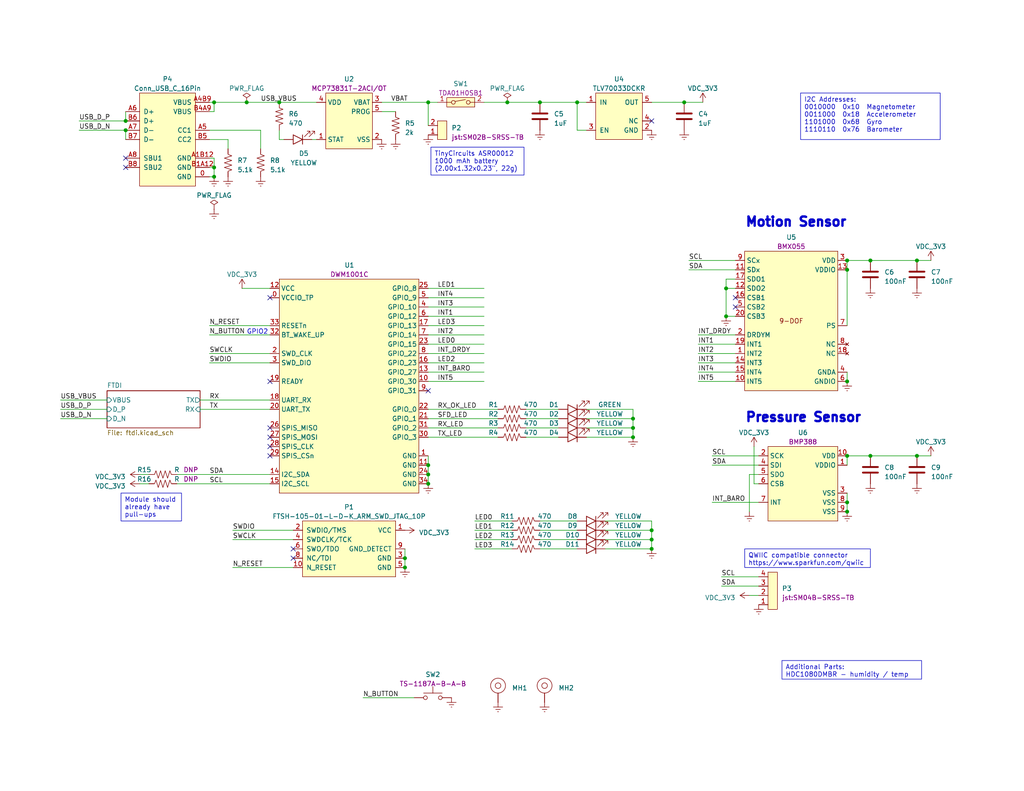
<source format=kicad_sch>
(kicad_sch (version 20221004) (generator eeschema)
  (paper "USLetter")
  (title_block (title "${PROJECT_NAME}") (date "2022-09-27") (rev "${PCB_REVISION}") (company "Brendan Haines"))
  (lib_symbols
    (symbol "bh:BMP388"
      (property "Reference" "U" (at 0 0 0))
      (property "ManufacturerPartNumber" "BMP388" (at 0 0 0))
      (symbol "BMP388_0_0"
        (rectangle (start 0 0) (end 19.05 -20.32) (fill (type background)))
      )
      (symbol "BMP388_1_1"
        (pin power_in line (at 21.59 -5.08 180) (length 2.54) (name "VDDIO") (number "1"))
        (pin power_in line (at 21.59 -2.54 180) (length 2.54) (name "VDD") (number "10"))
        (pin input line (at -2.54 -2.54 0) (length 2.54) (name "SCK") (number "2"))
        (pin power_in line (at 21.59 -12.7 180) (length 2.54) (name "VSS") (number "3"))
        (pin bidirectional line (at -2.54 -5.08 0) (length 2.54) (name "SDI") (number "4"))
        (pin bidirectional line (at -2.54 -7.62 0) (length 2.54) (name "SDO") (number "5"))
        (pin input line (at -2.54 -10.16 0) (length 2.54) (name "CSB") (number "6"))
        (pin output line (at -2.54 -15.24 0) (length 2.54) (name "INT") (number "7"))
        (pin power_in line (at 21.59 -15.24 180) (length 2.54) (name "VSS") (number "8"))
        (pin power_in line (at 21.59 -17.78 180) (length 2.54) (name "VSS") (number "9"))
      )
    )
    (symbol "bh:BMX055"
      (property "Reference" "U" (at 0 0 0))
      (property "ManufacturerPartNumber" "BMX055" (at 0 0 0))
      (symbol "BMX055_0_0"
        (text "9-DOF" (at 12.7 -19.05 0) (effects (font (size 1.27 1.27))))
      )
      (symbol "BMX055_0_1"
        (rectangle (start 0 0) (end 25.4 -38.1) (fill (type background)))
      )
      (symbol "BMX055_1_1"
        (pin output line (at -2.54 -27.94 0) (length 2.54) (name "INT2") (number "1"))
        (pin output line (at -2.54 -35.56 0) (length 2.54) (name "INT5") (number "10"))
        (pin bidirectional line (at -2.54 -5.08 0) (length 2.54) (name "SDx") (number "11"))
        (pin bidirectional line (at -2.54 -10.16 0) (length 2.54) (name "SDO2") (number "12"))
        (pin power_in line (at 27.94 -5.08 180) (length 2.54) (name "VDDIO") (number "13"))
        (pin bidirectional line (at -2.54 -30.48 0) (length 2.54) (name "INT3") (number "14"))
        (pin bidirectional line (at -2.54 -33.02 0) (length 2.54) (name "INT4") (number "15"))
        (pin input line (at -2.54 -12.7 0) (length 2.54) (name "CSB1") (number "16"))
        (pin bidirectional line (at -2.54 -7.62 0) (length 2.54) (name "SDO1") (number "17"))
        (pin no_connect line (at 27.94 -27.94 180) (length 2.54) (name "NC") (number "18"))
        (pin output line (at -2.54 -25.4 0) (length 2.54) (name "INT1") (number "19"))
        (pin output line (at -2.54 -22.86 0) (length 2.54) (name "DRDYM") (number "2"))
        (pin input line (at -2.54 -17.78 0) (length 2.54) (name "CSB3") (number "20"))
        (pin power_in line (at 27.94 -2.54 180) (length 2.54) (name "VDD") (number "3"))
        (pin power_in line (at 27.94 -33.02 180) (length 2.54) (name "GNDA") (number "4"))
        (pin input line (at -2.54 -15.24 0) (length 2.54) (name "CSB2") (number "5"))
        (pin power_in line (at 27.94 -35.56 180) (length 2.54) (name "GNDIO") (number "6"))
        (pin input line (at 27.94 -20.32 180) (length 2.54) (name "PS") (number "7"))
        (pin no_connect line (at 27.94 -25.4 180) (length 2.54) (name "NC") (number "8"))
        (pin input line (at -2.54 -2.54 0) (length 2.54) (name "SCx") (number "9"))
      )
    )
    (symbol "bh:C" (pin_numbers hide) (pin_names (offset 0.254))
      (property "Reference" "C" (at 0.635 2.54 0))
      (property "Value" "C" (at 0.635 -2.54 0))
      (symbol "C_0_1"
        (polyline (pts (xy -2.032 -0.762) (xy 2.032 -0.762)) (stroke (width 0.508)))
        (polyline (pts (xy -2.032 0.762) (xy 2.032 0.762)) (stroke (width 0.508)))
      )
      (symbol "C_1_1"
        (pin passive line (at 0 3.81 270) (length 2.794) (name "~") (number "1"))
        (pin passive line (at 0 -3.81 90) (length 2.794) (name "~") (number "2"))
      )
    )
    (symbol "bh:Conn_USB_C_16Pin" (pin_names (offset 1.016))
      (property "Reference" "P" (at 0 1.27 0))
      (property "Value" "Conn_USB_C_16Pin" (at 0 1.27 0))
      (symbol "Conn_USB_C_16Pin_0_1"
        (rectangle (start 0 0) (end 15.24 -25.4) (stroke (width 0.1524)) (fill (type background)))
      )
      (symbol "Conn_USB_C_16Pin_1_1"
        (pin passive line (at -3.81 -22.86 0) (length 3.81) (name "GND") (number "0"))
        (pin passive line (at -3.81 -17.78 0) (length 3.81) (name "GND") (number "A1B12"))
        (pin passive line (at -3.81 -2.54 0) (length 3.81) (name "VBUS") (number "A4B9"))
        (pin passive line (at -3.81 -10.16 0) (length 3.81) (name "CC1") (number "A5"))
        (pin passive line (at 19.05 -5.08 180) (length 3.81) (name "D+") (number "A6"))
        (pin passive line (at 19.05 -10.16 180) (length 3.81) (name "D-") (number "A7"))
        (pin passive line (at 19.05 -17.78 180) (length 3.81) (name "SBU1") (number "A8"))
        (pin passive line (at -3.81 -20.32 0) (length 3.81) (name "GND") (number "B1A12"))
        (pin passive line (at -3.81 -5.08 0) (length 3.81) (name "VBUS") (number "B4A9"))
        (pin passive line (at -3.81 -12.7 0) (length 3.81) (name "CC2") (number "B5"))
        (pin passive line (at 19.05 -7.62 180) (length 3.81) (name "D+") (number "B6"))
        (pin passive line (at 19.05 -12.7 180) (length 3.81) (name "D-") (number "B7"))
        (pin passive line (at 19.05 -20.32 180) (length 3.81) (name "SBU2") (number "B8"))
      )
    )
    (symbol "bh:DWM1001C"
      (property "Reference" "U" (at 0 0 0))
      (property "ManufacturerPartNumber" "DWM1001C" (at 0 0 0))
      (symbol "DWM1001C_0_1"
        (rectangle (start 0 0) (end 38.1 -58.42) (fill (type background)))
      )
      (symbol "DWM1001C_1_1"
        (pin passive line (at -2.54 -5.08 0) (length 2.54) (name "VCCIO_TP") (number "0"))
        (pin power_in line (at 40.64 -48.26 180) (length 2.54) (name "GND") (number "1"))
        (pin bidirectional line (at 40.64 -27.94 180) (length 2.54) (name "GPIO_30") (number "10"))
        (pin power_in line (at 40.64 -50.8 180) (length 2.54) (name "GND") (number "11"))
        (pin power_in line (at -2.54 -2.54 0) (length 2.54) (name "VCC") (number "12"))
        (pin bidirectional line (at 40.64 -25.4 180) (length 2.54) (name "GPIO_27") (number "13"))
        (pin bidirectional line (at -2.54 -53.34 0) (length 2.54) (name "I2C_SDA") (number "14"))
        (pin output line (at -2.54 -55.88 0) (length 2.54) (name "I2C_SCL") (number "15"))
        (pin bidirectional line (at 40.64 -22.86 180) (length 2.54) (name "GPIO_23") (number "16"))
        (pin bidirectional line (at 40.64 -12.7 180) (length 2.54) (name "GPIO_13") (number "17"))
        (pin input line (at -2.54 -33.02 0) (length 2.54) (name "UART_RX") (number "18"))
        (pin output line (at -2.54 -27.94 0) (length 2.54) (name "READY") (number "19"))
        (pin input line (at -2.54 -20.32 0) (length 2.54) (name "SWD_CLK") (number "2"))
        (pin output line (at -2.54 -35.56 0) (length 2.54) (name "UART_TX") (number "20"))
        (pin bidirectional line (at 40.64 -38.1 180) (length 2.54) (name "GPIO_1") (number "21"))
        (pin bidirectional line (at 40.64 -35.56 180) (length 2.54) (name "GPIO_0") (number "22"))
        (pin bidirectional line (at 40.64 -17.78 180) (length 2.54) (name "GPIO_15") (number "23"))
        (pin power_in line (at 40.64 -53.34 180) (length 2.54) (name "GND") (number "24"))
        (pin bidirectional line (at 40.64 -2.54 180) (length 2.54) (name "GPIO_8") (number "25"))
        (pin bidirectional line (at -2.54 -40.64 0) (length 2.54) (name "SPIS_MISO") (number "26"))
        (pin bidirectional line (at -2.54 -43.18 0) (length 2.54) (name "SPIS_MOSI") (number "27"))
        (pin bidirectional line (at -2.54 -45.72 0) (length 2.54) (name "SPIS_CLK") (number "28"))
        (pin bidirectional line (at -2.54 -48.26 0) (length 2.54) (name "SPIS_CSn") (number "29"))
        (pin bidirectional line (at -2.54 -22.86 0) (length 2.54) (name "SWD_DIO") (number "3"))
        (pin bidirectional line (at 40.64 -43.18 180) (length 2.54) (name "GPIO_3") (number "30"))
        (pin bidirectional line (at 40.64 -40.64 180) (length 2.54) (name "GPIO_2") (number "31"))
        (pin input line (at -2.54 -15.24 0) (length 2.54) (name "BT_WAKE_UP") (number "32"))
        (pin input line (at -2.54 -12.7 0) (length 2.54) (name "RESETn") (number "33"))
        (pin power_in line (at 40.64 -55.88 180) (length 2.54) (name "GND") (number "34"))
        (pin bidirectional line (at 40.64 -7.62 180) (length 2.54) (name "GPIO_10") (number "4"))
        (pin bidirectional line (at 40.64 -5.08 180) (length 2.54) (name "GPIO_9") (number "5"))
        (pin bidirectional line (at 40.64 -10.16 180) (length 2.54) (name "GPIO_12") (number "6"))
        (pin bidirectional line (at 40.64 -15.24 180) (length 2.54) (name "GPIO_14") (number "7"))
        (pin bidirectional line (at 40.64 -20.32 180) (length 2.54) (name "GPIO_22") (number "8"))
        (pin bidirectional line (at 40.64 -30.48 180) (length 2.54) (name "GPIO_31") (number "9"))
      )
    )
    (symbol "bh:FTSH-105-01-L-D-K_ARM_SWD_JTAG_10P" (pin_names (offset 1.016))
      (property "Reference" "P" (at 0 0 0))
      (property "Value" "FTSH-105-01-L-D-K_ARM_SWD_JTAG_10P" (at 0 0 0))
      (symbol "FTSH-105-01-L-D-K_ARM_SWD_JTAG_10P_0_0"
        (rectangle (start 0 0) (end 25.4 -15.24) (fill (type background)))
      )
      (symbol "FTSH-105-01-L-D-K_ARM_SWD_JTAG_10P_1_1"
        (pin passive line (at -2.54 -2.54 0) (length 2.54) (name "VCC") (number "1"))
        (pin bidirectional line (at 27.94 -12.7 180) (length 2.54) (name "N_RESET") (number "10"))
        (pin bidirectional line (at 27.94 -2.54 180) (length 2.54) (name "SWDIO/TMS") (number "2"))
        (pin power_in line (at -2.54 -10.16 0) (length 2.54) (name "GND") (number "3"))
        (pin bidirectional line (at 27.94 -5.08 180) (length 2.54) (name "SWDCLK/TCK") (number "4"))
        (pin power_in line (at -2.54 -12.7 0) (length 2.54) (name "GND") (number "5"))
        (pin bidirectional line (at 27.94 -7.62 180) (length 2.54) (name "SWO/TDO") (number "6"))
        (pin bidirectional line (at 27.94 -10.16 180) (length 2.54) (name "NC/TDI") (number "8"))
        (pin passive line (at -2.54 -7.62 0) (length 2.54) (name "GND_DETECT") (number "9"))
      )
    )
    (symbol "bh:GND" (power) (pin_names (offset 0))
      (symbol "GND_0_1"
        (polyline (pts (xy -0.635 -1.905) (xy 0.635 -1.905)))
        (polyline (pts (xy -0.127 -2.54) (xy 0.127 -2.54)))
        (polyline (pts (xy 0 -1.27) (xy 0 0)))
        (polyline (pts (xy 1.27 -1.27) (xy -1.27 -1.27)))
      )
      (symbol "GND_1_1"
        (pin power_in line (at 0 0 90) (length 0) hide (name "GND") (number "1"))
      )
    )
    (symbol "bh:Header_1_2" (pin_names (offset 1.016) hide)
      (property "Reference" "P" (at 0 0 0))
      (property "Value" "Header_1_2" (at 0 0 0))
      (symbol "Header_1_2_0_1"
        (rectangle (start 0 0) (end 2.54 -5.08) (fill (type background)))
      )
      (symbol "Header_1_2_1_1"
        (pin passive line (at -2.54 -1.27 0) (length 2.54) (name "~") (number "1"))
        (pin passive line (at -2.54 -3.81 0) (length 2.54) (name "~") (number "2"))
      )
    )
    (symbol "bh:Header_1_4" (pin_names (offset 1.016) hide)
      (property "Reference" "P" (at 0 0 0))
      (property "Value" "Header_1_4" (at 0 0 0))
      (symbol "Header_1_4_0_1"
        (rectangle (start 0 0) (end 2.54 -10.16) (fill (type background)))
      )
      (symbol "Header_1_4_1_1"
        (pin passive line (at -2.54 -1.27 0) (length 2.54) (name "~") (number "1"))
        (pin passive line (at -2.54 -3.81 0) (length 2.54) (name "~") (number "2"))
        (pin passive line (at -2.54 -6.35 0) (length 2.54) (name "~") (number "3"))
        (pin passive line (at -2.54 -8.89 0) (length 2.54) (name "~") (number "4"))
      )
    )
    (symbol "bh:LED" (pin_numbers hide) (pin_names (offset 1.016) hide)
      (property "Reference" "D" (at 0 2.54 0))
      (property "Value" "LED" (at 0 -2.54 0))
      (symbol "LED_0_1"
        (polyline (pts (xy -1.27 -1.27) (xy -1.27 1.27)) (stroke (width 0.2032)))
        (polyline (pts (xy 1.27 -1.27) (xy 1.27 1.27) (xy -1.27 0) (xy 1.27 -1.27)) (stroke (width 0.2032)))
        (polyline (pts (xy -3.048 -0.762) (xy -4.572 -2.286) (xy -3.81 -2.286) (xy -4.572 -2.286) (xy -4.572 -1.524)))
        (polyline (pts (xy -1.778 -0.762) (xy -3.302 -2.286) (xy -2.54 -2.286) (xy -3.302 -2.286) (xy -3.302 -1.524)))
      )
      (symbol "LED_1_1"
        (pin passive line (at 3.81 0 180) (length 2.54) (name "A") (number "A"))
        (pin passive line (at -3.81 0 0) (length 2.54) (name "K") (number "K"))
      )
    )
    (symbol "bh:MCP73831T-2ACI/OT"
      (property "Reference" "U" (at 0 0 0))
      (property "ManufacturerPartNumber" "MCP73831T-2ACI/OT" (at 0 0 0))
      (symbol "MCP73831T-2ACI/OT_0_1"
        (rectangle (start 0 0) (end 12.7 -15.24) (fill (type background)))
      )
      (symbol "MCP73831T-2ACI/OT_1_1"
        (pin output line (at -2.54 -12.7 0) (length 2.54) (name "STAT") (number "1"))
        (pin power_in line (at 15.24 -12.7 180) (length 2.54) (name "VSS") (number "2"))
        (pin power_out line (at 15.24 -2.54 180) (length 2.54) (name "VBAT") (number "3"))
        (pin power_in line (at -2.54 -2.54 0) (length 2.54) (name "VDD") (number "4"))
        (pin input line (at 15.24 -5.08 180) (length 2.54) (name "PROG") (number "5"))
      )
    )
    (symbol "bh:Mounting_Hole" (pin_numbers hide) (pin_names (offset 0.762) hide)
      (property "Reference" "MH" (at 0 7.62 0))
      (symbol "Mounting_Hole_0_1"
        (circle (center 0 4.572) (radius 0.762))
        (circle (center 0 4.572) (radius 2.032))
      )
      (symbol "Mounting_Hole_1_1"
        (pin passive line (at 0 0 90) (length 2.54) (name "1") (number "1"))
      )
    )
    (symbol "bh:PWR_FLAG" (power) (pin_numbers hide) (pin_names (offset 0) hide)
      (property "Value" "PWR_FLAG" (at 0 3.81 0))
      (symbol "PWR_FLAG_0_0"
        (pin power_out line (at 0 0 90) (length 0) (name "pwr") (number "1"))
      )
      (symbol "PWR_FLAG_0_1"
        (polyline (pts (xy 0 0) (xy 0 1.27) (xy -1.016 1.905) (xy 0 2.54) (xy 1.016 1.905) (xy 0 1.27)))
      )
    )
    (symbol "bh:R" (pin_numbers hide) (pin_names (offset 0))
      (property "Reference" "R" (at 2.032 0 90))
      (property "Value" "R" (at -1.905 0 90))
      (symbol "R_0_1"
        (polyline (pts (xy 0 -2.54) (xy 0 -2.286) (xy 1.016 -1.905) (xy -1.016 -1.27) (xy 1.016 -0.635) (xy -1.016 0) (xy 1.016 0.635) (xy -1.016 1.27) (xy 1.016 1.905) (xy 0 2.286) (xy 0 2.54)))
      )
      (symbol "R_1_1"
        (pin passive line (at 0 3.81 270) (length 1.27) (name "~") (number "1"))
        (pin passive line (at 0 -3.81 90) (length 1.27) (name "~") (number "2"))
      )
    )
    (symbol "bh:SW_Push" (pin_numbers hide) (pin_names (offset 1.016) hide)
      (property "Reference" "SW" (at -1.27 3.81 0))
      (property "Value" "SW_Push" (at 0 -1.524 0))
      (symbol "SW_Push_0_1"
        (circle (center -2.032 0) (radius 0.508))
        (polyline (pts (xy 0 1.27) (xy 0 3.048)))
        (polyline (pts (xy 2.54 1.27) (xy -2.54 1.27)))
        (circle (center 2.032 0) (radius 0.508))
        (pin passive line (at -5.08 0 0) (length 2.54) (name "1") (number "1"))
        (pin passive line (at 5.08 0 180) (length 2.54) (name "2") (number "2"))
      )
    )
    (symbol "bh:TDA01H0SB1" (pin_names (offset 0.002) hide)
      (property "Reference" "SW" (at 0 0 0))
      (property "ManufacturerPartNumber" "TDA01H0SB1" (at 0 0 0))
      (symbol "TDA01H0SB1_0_0"
        (polyline (pts (xy 2.286 -1.016) (xy 5.08 -0.508)))
        (circle (center 1.778 -1.27) (radius 0.508))
        (circle (center 5.842 -1.27) (radius 0.508))
      )
      (symbol "TDA01H0SB1_0_1"
        (polyline (pts (xy 1.27 -1.27) (xy 0 -1.27)) (stroke (width 0.1524)))
        (polyline (pts (xy 7.62 -1.27) (xy 6.35 -1.27)) (stroke (width 0.1524)))
        (rectangle (start 0 0) (end 7.62 -2.54) (stroke (width 0.1524)) (fill (type background)))
      )
      (symbol "TDA01H0SB1_1_1"
        (pin passive line (at -2.54 -1.27 0) (length 2.54) (name "A") (number "1"))
        (pin passive line (at 10.16 -1.27 180) (length 2.54) (name "B") (number "2"))
      )
    )
    (symbol "bh:TLV70033DCKR" (pin_names (offset 1.016))
      (property "Reference" "U" (at 0 0 0))
      (property "Value" "TLV70033DCKR" (at 0 0 0))
      (symbol "TLV70033DCKR_0_1"
        (rectangle (start 0 0) (end 12.7 -12.7) (fill (type background)))
      )
      (symbol "TLV70033DCKR_1_1"
        (pin power_in line (at -2.54 -2.54 0) (length 2.54) (name "IN") (number "1"))
        (pin power_in line (at 15.24 -10.16 180) (length 2.54) (name "GND") (number "2"))
        (pin input line (at -2.54 -10.16 0) (length 2.54) (name "EN") (number "3"))
        (pin passive line (at 15.24 -7.62 180) (length 2.54) (name "NC") (number "4"))
        (pin power_out line (at 15.24 -2.54 180) (length 2.54) (name "OUT") (number "5"))
      )
    )
    (symbol "bh:VDC_3V3" (power) (pin_names (offset 0))
      (property "Value" "VDC_3V3" (at 0 3.556 0))
      (symbol "VDC_3V3_0_1"
        (polyline (pts (xy -0.762 1.27) (xy 0 2.54)))
        (polyline (pts (xy 0 0) (xy 0 2.54)))
        (polyline (pts (xy 0 2.54) (xy 0.762 1.27)))
      )
      (symbol "VDC_3V3_1_1"
        (pin power_in line (at 0 0 90) (length 0) hide (name "VDC_3V3") (number "1"))
      )
    )
  )
  (junction (at 34.29 35.56))
  (junction (at 116.84 132.08))
  (junction (at 58.42 27.94))
  (junction (at 110.49 152.4))
  (junction (at 198.12 78.74))
  (junction (at 172.72 114.3))
  (junction (at 250.19 124.46))
  (junction (at 186.69 27.94))
  (junction (at 67.31 27.94))
  (junction (at 177.8 149.86))
  (junction (at 116.84 27.94))
  (junction (at 231.14 104.14))
  (junction (at 116.84 129.54))
  (junction (at 172.72 116.84))
  (junction (at 76.2 27.94))
  (junction (at 138.43 27.94))
  (junction (at 250.19 71.12))
  (junction (at 237.49 71.12))
  (junction (at 172.72 119.38))
  (junction (at 231.14 124.46))
  (junction (at 231.14 73.66))
  (junction (at 231.14 139.7))
  (junction (at 147.32 27.94))
  (junction (at 58.42 45.72))
  (junction (at 231.14 71.12))
  (junction (at 34.29 33.02))
  (junction (at 157.48 27.94))
  (junction (at 198.12 86.36))
  (junction (at 231.14 137.16))
  (junction (at 58.42 48.26))
  (junction (at 177.8 144.78))
  (junction (at 237.49 124.46))
  (junction (at 177.8 147.32))
  (junction (at 116.84 127))
  (junction (at 110.49 154.94))
  (no_connect (at 73.66 121.92))
  (no_connect (at 73.66 119.38))
  (no_connect (at 34.29 43.18))
  (no_connect (at 34.29 45.72))
  (no_connect (at 116.84 106.68))
  (no_connect (at 73.66 116.84))
  (no_connect (at 73.66 104.14))
  (no_connect (at 73.66 81.28))
  (no_connect (at 73.66 124.46))
  (no_connect (at 200.66 83.82))
  (no_connect (at 200.66 81.28))
  (no_connect (at 80.01 149.86))
  (no_connect (at 80.01 152.4))
  (no_connect (at 177.8 33.02))
  (wire (pts (xy 231.14 137.16) (xy 231.14 139.7)))
  (wire (pts (xy 116.84 99.06) (xy 132.08 99.06)))
  (wire (pts (xy 116.84 124.46) (xy 116.84 127)))
  (wire (pts (xy 116.84 129.54) (xy 116.84 132.08)))
  (wire (pts (xy 250.19 71.12) (xy 254 71.12)))
  (wire (pts (xy 165.1 142.24) (xy 177.8 142.24)))
  (wire (pts (xy 116.84 119.38) (xy 135.89 119.38)))
  (wire (pts (xy 116.84 91.44) (xy 132.08 91.44)))
  (wire (pts (xy 116.84 111.76) (xy 135.89 111.76)))
  (wire (pts (xy 231.14 71.12) (xy 237.49 71.12)))
  (wire (pts (xy 29.21 114.3) (xy 16.51 114.3)))
  (wire (pts (xy 231.14 124.46) (xy 231.14 127)))
  (wire (pts (xy 177.8 142.24) (xy 177.8 144.78)))
  (wire (pts (xy 116.84 78.74) (xy 132.08 78.74)))
  (wire (pts (xy 34.29 30.48) (xy 34.29 33.02)))
  (wire (pts (xy 237.49 124.46) (xy 250.19 124.46)))
  (wire (pts (xy 104.14 30.48) (xy 107.95 30.48)))
  (wire (pts (xy 116.84 101.6) (xy 132.08 101.6)))
  (wire (pts (xy 57.15 30.48) (xy 58.42 30.48)))
  (wire (pts (xy 160.02 119.38) (xy 172.72 119.38)))
  (wire (pts (xy 138.43 27.94) (xy 147.32 27.94)))
  (wire (pts (xy 116.84 93.98) (xy 132.08 93.98)))
  (wire (pts (xy 58.42 43.18) (xy 58.42 45.72)))
  (wire (pts (xy 147.32 142.24) (xy 157.48 142.24)))
  (wire (pts (xy 250.19 124.46) (xy 254 124.46)))
  (wire (pts (xy 207.01 132.08) (xy 205.74 132.08)))
  (wire (pts (xy 190.5 91.44) (xy 200.66 91.44)))
  (wire (pts (xy 198.12 78.74) (xy 200.66 78.74)))
  (wire (pts (xy 231.14 71.12) (xy 231.14 73.66)))
  (wire (pts (xy 160.02 111.76) (xy 172.72 111.76)))
  (wire (pts (xy 143.51 119.38) (xy 152.4 119.38)))
  (wire (pts (xy 231.14 134.62) (xy 231.14 137.16)))
  (wire (pts (xy 191.77 27.94) (xy 186.69 27.94)))
  (wire (pts (xy 116.84 104.14) (xy 132.08 104.14)))
  (wire (pts (xy 34.29 35.56) (xy 21.59 35.56)))
  (wire (pts (xy 237.49 71.12) (xy 250.19 71.12)))
  (wire (pts (xy 172.72 116.84) (xy 172.72 119.38)))
  (wire (pts (xy 116.84 27.94) (xy 116.84 34.29)))
  (wire (pts (xy 57.15 88.9) (xy 73.66 88.9)))
  (wire (pts (xy 57.15 45.72) (xy 58.42 45.72)))
  (wire (pts (xy 57.15 99.06) (xy 73.66 99.06)))
  (wire (pts (xy 80.01 154.94) (xy 63.5 154.94)))
  (wire (pts (xy 207.01 160.02) (xy 196.85 160.02)))
  (wire (pts (xy 147.32 144.78) (xy 157.48 144.78)))
  (wire (pts (xy 57.15 38.1) (xy 62.23 38.1)))
  (wire (pts (xy 116.84 81.28) (xy 132.08 81.28)))
  (wire (pts (xy 48.26 132.08) (xy 73.66 132.08)))
  (wire (pts (xy 129.54 144.78) (xy 139.7 144.78)))
  (wire (pts (xy 80.01 147.32) (xy 63.5 147.32)))
  (wire (pts (xy 165.1 147.32) (xy 177.8 147.32)))
  (wire (pts (xy 57.15 91.44) (xy 73.66 91.44)))
  (wire (pts (xy 29.21 111.76) (xy 16.51 111.76)))
  (wire (pts (xy 66.04 78.74) (xy 73.66 78.74)))
  (wire (pts (xy 177.8 144.78) (xy 177.8 147.32)))
  (wire (pts (xy 77.47 38.1) (xy 76.2 38.1)))
  (wire (pts (xy 116.84 116.84) (xy 135.89 116.84)))
  (wire (pts (xy 132.08 27.94) (xy 138.43 27.94)))
  (wire (pts (xy 194.31 127) (xy 207.01 127)))
  (wire (pts (xy 172.72 111.76) (xy 172.72 114.3)))
  (wire (pts (xy 57.15 43.18) (xy 58.42 43.18)))
  (wire (pts (xy 116.84 127) (xy 116.84 129.54)))
  (wire (pts (xy 207.01 162.56) (xy 204.47 162.56)))
  (wire (pts (xy 57.15 27.94) (xy 58.42 27.94)))
  (wire (pts (xy 143.51 114.3) (xy 152.4 114.3)))
  (wire (pts (xy 58.42 45.72) (xy 58.42 48.26)))
  (wire (pts (xy 186.69 27.94) (xy 177.8 27.94)))
  (wire (pts (xy 190.5 99.06) (xy 200.66 99.06)))
  (wire (pts (xy 165.1 144.78) (xy 177.8 144.78)))
  (wire (pts (xy 231.14 101.6) (xy 231.14 104.14)))
  (wire (pts (xy 194.31 124.46) (xy 207.01 124.46)))
  (wire (pts (xy 129.54 147.32) (xy 139.7 147.32)))
  (wire (pts (xy 187.96 73.66) (xy 200.66 73.66)))
  (wire (pts (xy 116.84 114.3) (xy 135.89 114.3)))
  (wire (pts (xy 116.84 83.82) (xy 132.08 83.82)))
  (wire (pts (xy 231.14 73.66) (xy 231.14 88.9)))
  (wire (pts (xy 198.12 86.36) (xy 200.66 86.36)))
  (wire (pts (xy 204.47 129.54) (xy 204.47 139.7)))
  (wire (pts (xy 205.74 121.92) (xy 205.74 132.08)))
  (wire (pts (xy 58.42 30.48) (xy 58.42 27.94)))
  (wire (pts (xy 147.32 27.94) (xy 157.48 27.94)))
  (wire (pts (xy 48.26 129.54) (xy 73.66 129.54)))
  (wire (pts (xy 190.5 96.52) (xy 200.66 96.52)))
  (wire (pts (xy 177.8 149.86) (xy 177.8 147.32)))
  (wire (pts (xy 76.2 38.1) (xy 76.2 35.56)))
  (wire (pts (xy 160.02 116.84) (xy 172.72 116.84)))
  (wire (pts (xy 57.15 96.52) (xy 73.66 96.52)))
  (wire (pts (xy 116.84 27.94) (xy 119.38 27.94)))
  (wire (pts (xy 207.01 129.54) (xy 204.47 129.54)))
  (wire (pts (xy 71.12 40.64) (xy 71.12 35.56)))
  (wire (pts (xy 58.42 27.94) (xy 67.31 27.94)))
  (wire (pts (xy 16.51 109.22) (xy 29.21 109.22)))
  (wire (pts (xy 160.02 114.3) (xy 172.72 114.3)))
  (wire (pts (xy 116.84 88.9) (xy 132.08 88.9)))
  (wire (pts (xy 129.54 149.86) (xy 139.7 149.86)))
  (wire (pts (xy 104.14 27.94) (xy 116.84 27.94)))
  (wire (pts (xy 190.5 93.98) (xy 200.66 93.98)))
  (wire (pts (xy 187.96 71.12) (xy 200.66 71.12)))
  (wire (pts (xy 116.84 96.52) (xy 132.08 96.52)))
  (wire (pts (xy 143.51 116.84) (xy 152.4 116.84)))
  (wire (pts (xy 58.42 48.26) (xy 57.15 48.26)))
  (wire (pts (xy 99.06 190.5) (xy 113.03 190.5)))
  (wire (pts (xy 143.51 111.76) (xy 152.4 111.76)))
  (wire (pts (xy 110.49 149.86) (xy 110.49 152.4)))
  (wire (pts (xy 76.2 27.94) (xy 86.36 27.94)))
  (wire (pts (xy 71.12 35.56) (xy 57.15 35.56)))
  (wire (pts (xy 85.09 38.1) (xy 86.36 38.1)))
  (wire (pts (xy 207.01 157.48) (xy 196.85 157.48)))
  (wire (pts (xy 54.61 109.22) (xy 73.66 109.22)))
  (wire (pts (xy 116.84 86.36) (xy 132.08 86.36)))
  (wire (pts (xy 54.61 111.76) (xy 73.66 111.76)))
  (wire (pts (xy 62.23 38.1) (xy 62.23 40.64)))
  (wire (pts (xy 177.8 149.86) (xy 165.1 149.86)))
  (wire (pts (xy 157.48 27.94) (xy 157.48 35.56)))
  (wire (pts (xy 194.31 137.16) (xy 207.01 137.16)))
  (wire (pts (xy 190.5 101.6) (xy 200.66 101.6)))
  (wire (pts (xy 34.29 33.02) (xy 21.59 33.02)))
  (wire (pts (xy 34.29 35.56) (xy 34.29 38.1)))
  (wire (pts (xy 147.32 149.86) (xy 157.48 149.86)))
  (wire (pts (xy 157.48 27.94) (xy 160.02 27.94)))
  (wire (pts (xy 80.01 144.78) (xy 63.5 144.78)))
  (wire (pts (xy 38.1 129.54) (xy 40.64 129.54)))
  (wire (pts (xy 198.12 78.74) (xy 198.12 86.36)))
  (wire (pts (xy 129.54 142.24) (xy 139.7 142.24)))
  (wire (pts (xy 160.02 35.56) (xy 157.48 35.56)))
  (wire (pts (xy 172.72 114.3) (xy 172.72 116.84)))
  (wire (pts (xy 67.31 27.94) (xy 76.2 27.94)))
  (wire (pts (xy 198.12 76.2) (xy 198.12 78.74)))
  (wire (pts (xy 38.1 132.08) (xy 40.64 132.08)))
  (wire (pts (xy 110.49 152.4) (xy 110.49 154.94)))
  (wire (pts (xy 190.5 104.14) (xy 200.66 104.14)))
  (wire (pts (xy 147.32 147.32) (xy 157.48 147.32)))
  (wire (pts (xy 231.14 124.46) (xy 237.49 124.46)))
  (wire (pts (xy 200.66 76.2) (xy 198.12 76.2)))
  (text_box "Module should already have pull-ups" (at 33.02 134.62 0) (size 16.51 7.62) (effects (font (size 1.27 1.27)) (justify left top)))
  (text_box "QWIIC compatible connector\nhttps://www.sparkfun.com/qwiic" (at 203.2 149.86 0) (size 34.29 5.08) (effects (font (size 1.27 1.27)) (justify left top)))
  (text_box "TinyCircuits ASR00012\n1000 mAh battery (2.00x1.32x0.23\", 22g)" (at 117.578 40.1745 0) (size 25.4 7.62) (effects (font (size 1.27 1.27)) (justify left top)))
  (text_box "I2C Addresses:\n0010000  0x10  Magnetometer\n0011000  0x18  Accelerometer\n1101000  0x68  Gyro\n1110110  0x76  Barometer" (at 218.44 25.4 0) (size 38.1 12.7) (effects (font (size 1.27 1.27)) (justify left top)))
  (text_box "Additional Parts:\nHDC1080DMBR - humidity / temp" (at 213.36 180.34 0) (size 38.1 5.08) (effects (font (size 1.27 1.27)) (justify left top)))
  (text "GPIO2" (at 67.31 91.44 0) (effects (font (size 1.27 1.27)) (justify left bottom)))
  (text "Pressure Sensor" (at 203.2 115.57 0) (effects (font (size 2.54 2.54) (thickness 1.016) bold) (justify left bottom)))
  (text "Motion Sensor" (at 203.2 62.23 0) (effects (font (size 2.54 2.54) (thickness 1.016) bold) (justify left bottom)))
  (label "SCL" (at 57.15 132.08 0))
  (label "TX_LED" (at 119.38 119.38 0))
  (label "LED0" (at 119.38 93.98 0))
  (label "INT1" (at 190.5 93.98 0))
  (label "LED1" (at 119.38 78.74 0))
  (label "N_BUTTON" (at 99.06 190.5 0))
  (label "SCL" (at 187.96 71.12 0))
  (label "USB_VBUS" (at 71.12 27.94 0))
  (label "RX_LED" (at 119.38 116.84 0))
  (label "INT_DRDY" (at 119.38 96.52 0))
  (label "VBAT" (at 106.68 27.94 0))
  (label "LED3" (at 119.38 88.9 0))
  (label "INT2" (at 190.5 96.52 0))
  (label "N_BUTTON" (at 57.15 91.44 0))
  (label "RX" (at 57.15 109.22 0))
  (label "USB_D_P" (at 21.59 33.02 0))
  (label "LED2" (at 119.38 99.06 0))
  (label "SWCLK" (at 63.5 147.32 0))
  (label "SDA" (at 194.31 127 0))
  (label "INT_BARO" (at 119.38 101.6 0))
  (label "INT4" (at 119.38 81.28 0))
  (label "SDA" (at 196.85 160.02 0))
  (label "SWCLK" (at 57.15 96.52 0))
  (label "SDA" (at 187.96 73.66 0))
  (label "INT2" (at 119.38 91.44 0))
  (label "LED1" (at 129.54 144.78 0))
  (label "SCL" (at 194.31 124.46 0))
  (label "INT4" (at 190.5 101.6 0))
  (label "INT5" (at 190.5 104.14 0))
  (label "LED2" (at 129.54 147.32 0))
  (label "N_RESET" (at 57.15 88.9 0))
  (label "INT1" (at 119.38 86.36 0))
  (label "USB_VBUS" (at 16.51 109.22 0))
  (label "RX_OK_LED" (at 119.38 111.76 0))
  (label "LED3" (at 129.54 149.86 0))
  (label "SFD_LED" (at 119.38 114.3 0))
  (label "INT_DRDY" (at 190.5 91.44 0))
  (label "USB_D_N" (at 16.51 114.3 0))
  (label "SCL" (at 196.85 157.48 0))
  (label "INT_BARO" (at 194.31 137.16 0))
  (label "SWDIO" (at 63.5 144.78 0))
  (label "USB_D_N" (at 21.59 35.56 0))
  (label "TX" (at 57.15 111.76 0))
  (label "INT3" (at 119.38 83.82 0))
  (label "LED0" (at 129.54 142.24 0))
  (label "INT5" (at 119.38 104.14 0))
  (label "N_RESET" (at 63.5 154.94 0))
  (label "USB_D_P" (at 16.51 111.76 0))
  (label "SDA" (at 57.15 129.54 0))
  (label "INT3" (at 190.5 99.06 0))
  (label "SWDIO" (at 57.15 99.06 0))
  (symbol (lib_id "bh:GND") (at 250.19 132.08 0) (unit 1)
    (property "Reference" "#PWR0133" (effects hide))
    (property "Value" "GND" (effects hide))
  )
  (symbol (lib_id "bh:R") (at 143.51 149.86 90) (unit 1)
    (property "Reference" "R14" (at 138.43 148.59 90))
    (property "Value" "470" (at 148.59 148.59 90))
    (property "Footprint" "common:R0402" (effects hide))
    (property "FieldName" "Value" (effects hide))
  )
  (symbol (lib_id "bh:PWR_FLAG") (at 67.31 27.94 0) (unit 1)
    (property "Reference" "#FLG0101" (effects hide))
    (property "Value" "PWR_FLAG" (at 67.31 24.13 0))
  )
  (symbol (lib_id "bh:R") (at 139.7 119.38 90) (unit 1)
    (property "Reference" "R4" (at 134.62 118.11 90))
    (property "Value" "470" (at 144.78 118.11 90))
    (property "Footprint" "common:R0402" (effects hide))
    (property "FieldName" "Value" (effects hide))
  )
  (symbol (lib_id "bh:R") (at 139.7 111.76 90) (unit 1)
    (property "Reference" "R1" (at 134.62 110.49 90))
    (property "Value" "470" (at 144.78 110.49 90))
    (property "Footprint" "common:R0402" (effects hide))
    (property "FieldName" "Value" (effects hide))
  )
  (symbol (lib_id "bh:GND") (at 231.14 104.14 0) (unit 1)
    (property "Reference" "#PWR0106" (effects hide))
    (property "Value" "GND" (effects hide))
  )
  (symbol (lib_id "bh:R") (at 107.95 34.29 0) (unit 1)
    (property "Reference" "R5" (at 110.49 33.655 0) (effects (justify left)))
    (property "Value" "2k" (at 110.49 36.195 0) (effects (justify left)))
    (property "Footprint" "common:R0402" (effects hide))
    (property "FieldName" "Value" (effects hide))
  )
  (symbol (lib_id "bh:VDC_3V3") (at 254 71.12 0) (unit 1)
    (property "Reference" "#PWR0121" (effects hide))
    (property "Value" "VDC_3V3" (at 254 67.31 0))
  )
  (symbol (lib_id "bh:Mounting_Hole") (at 135.89 191.77 0) (unit 1) (in_bom no)
    (property "Reference" "MH1" (at 139.7 187.833 0) (effects (justify left)))
    (property "Value" "Mounting_Hole" (effects hide))
    (property "Footprint" "common:MH120X230_#4" (effects hide))
  )
  (symbol (lib_id "bh:VDC_3V3") (at 38.1 129.54 90) (unit 1)
    (property "Reference" "#PWR0125" (effects hide))
    (property "Value" "VDC_3V3" (at 34.29 130.175 90) (effects (justify left)))
  )
  (symbol (lib_id "bh:MCP73831T-2ACI/OT") (at 88.9 25.4 0) (unit 1)
    (property "Reference" "U2" (at 95.25 21.59 0))
    (property "Footprint" "common:SOT-23-5" (effects hide))
    (property "Datasheet" "https://ww1.microchip.com/downloads/en/DeviceDoc/MCP73831-Family-Data-Sheet-DS20001984H.pdf" (effects hide))
    (property "Manufacturer" "Microchip Technology" (effects hide))
    (property "ManufacturerPartNumber" "MCP73831T-2ACI/OT" (at 95.25 24.13 0))
  )
  (symbol (lib_id "bh:GND") (at 172.72 119.38 0) (unit 1)
    (property "Reference" "#PWR0103" (effects hide))
    (property "Value" "GND" (effects hide))
  )
  (symbol (lib_id "bh:R") (at 139.7 114.3 90) (unit 1)
    (property "Reference" "R2" (at 134.62 113.03 90))
    (property "Value" "470" (at 144.78 113.03 90))
    (property "Footprint" "common:R0402" (effects hide))
    (property "FieldName" "Value" (effects hide))
  )
  (symbol (lib_id "bh:Mounting_Hole") (at 148.59 191.77 0) (unit 1) (in_bom no)
    (property "Reference" "MH2" (at 152.4 187.833 0) (effects (justify left)))
    (property "Value" "Mounting_Hole" (effects hide))
    (property "Footprint" "common:MH120X230_#4" (effects hide))
  )
  (symbol (lib_id "bh:VDC_3V3") (at 191.77 27.94 0) (unit 1)
    (property "Reference" "#PWR0135" (effects hide))
    (property "Value" "VDC_3V3" (at 191.77 24.13 0))
  )
  (symbol (lib_id "bh:C") (at 250.19 74.93 0) (unit 1)
    (property "Reference" "C7" (at 254 74.295 0) (effects (justify left)))
    (property "Value" "100nF" (at 254 76.835 0) (effects (justify left)))
    (property "Footprint" "common:C0402" (effects hide))
    (property "FieldName" "Value" (effects hide))
  )
  (symbol (lib_id "bh:GND") (at 198.12 86.36 0) (unit 1)
    (property "Reference" "#PWR0101" (effects hide))
    (property "Value" "GND" (effects hide))
  )
  (symbol (lib_id "bh:LED") (at 161.29 144.78 180) (unit 1)
    (property "Reference" "D9" (at 156.21 143.51 0))
    (property "Value" "YELLOW" (at 171.45 143.51 0))
    (property "Footprint" "common:LED0402" (effects hide))
  )
  (symbol (lib_id "bh:GND") (at 231.14 139.7 0) (unit 1)
    (property "Reference" "#PWR0130" (effects hide))
    (property "Value" "GND" (effects hide))
  )
  (symbol (lib_id "bh:LED") (at 156.21 111.76 180) (unit 1)
    (property "Reference" "D1" (at 151.13 110.49 0))
    (property "Value" "GREEN" (at 166.37 110.49 0))
    (property "Footprint" "common:LED0402" (effects hide))
  )
  (symbol (lib_id "bh:SW_Push") (at 118.11 190.5 0) (unit 1)
    (property "Reference" "SW2" (at 118.11 184.15 0))
    (property "Value" "SW_Push" (effects hide))
    (property "Footprint" "common:SPST_SKQG" (effects hide))
    (property "Datasheet" "https://datasheet.lcsc.com/lcsc/2002271431_XKB-Connectivity-TS-1187A-B-A-B_C318884.pdf" (effects hide))
    (property "Manufacturer" "XKB Connectivity" (effects hide))
    (property "ManufacturerPartNumber" "TS-1187A-B-A-B" (at 118.11 186.69 0))
  )
  (symbol (lib_id "bh:GND") (at 58.42 57.15 0) (unit 1)
    (property "Reference" "#PWR0136" (effects hide))
    (property "Value" "GND" (effects hide))
  )
  (symbol (lib_id "bh:LED") (at 161.29 142.24 180) (unit 1)
    (property "Reference" "D8" (at 156.21 140.97 0))
    (property "Value" "YELLOW" (at 171.45 140.97 0))
    (property "Footprint" "common:LED0402" (effects hide))
  )
  (symbol (lib_id "bh:GND") (at 62.23 48.26 0) (unit 1)
    (property "Reference" "#PWR0136" (effects hide))
    (property "Value" "GND" (effects hide))
  )
  (symbol (lib_id "bh:R") (at 44.45 132.08 90) (unit 1)
    (property "Reference" "R16" (at 39.37 130.81 90))
    (property "Value" "R" (at 48.26 130.81 90))
    (property "Footprint" "common:R0402" (effects hide))
    (property "Populate" "DNP" (at 52.07 130.81 90))
    (property "FieldName" "Value" (effects hide))
  )
  (symbol (lib_id "bh:R") (at 143.51 142.24 90) (unit 1)
    (property "Reference" "R11" (at 138.43 140.97 90))
    (property "Value" "470" (at 148.59 140.97 90))
    (property "Footprint" "common:R0402" (effects hide))
    (property "FieldName" "Value" (effects hide))
  )
  (symbol (lib_id "bh:GND") (at 186.69 35.56 0) (unit 1)
    (property "Reference" "#PWR0119" (effects hide))
    (property "Value" "GND" (effects hide))
  )
  (symbol (lib_id "bh:C") (at 186.69 31.75 0) (unit 1)
    (property "Reference" "C4" (at 190.5 31.115 0) (effects (justify left)))
    (property "Value" "1uF" (at 190.5 33.655 0) (effects (justify left)))
    (property "Footprint" "common:C0603" (effects hide))
    (property "FieldName" "Value" (effects hide))
  )
  (symbol (lib_id "bh:TLV70033DCKR") (at 162.56 25.4 0) (unit 1)
    (property "Reference" "U4" (at 168.91 21.59 0))
    (property "Value" "TLV70033DCKR" (at 168.91 24.13 0))
    (property "Footprint" "common:SOT-353" (effects hide))
    (property "Datasheet" "https://www.ti.com/lit/ds/symlink/tlv700.pdf" (effects hide))
    (property "Manufacturer" "Texas Instruments" (effects hide))
    (property "ManufacturerPartNumber" "TLV70033DCKR" (effects hide))
    (property "Supplier" "Digi-Key" (effects hide))
    (property "SupplierPartNumber" "296-32413-1-ND" (effects hide))
  )
  (symbol (lib_id "bh:GND") (at 104.14 38.1 0) (unit 1)
    (property "Reference" "#PWR0105" (effects hide))
    (property "Value" "GND" (effects hide))
  )
  (symbol (lib_id "bh:VDC_3V3") (at 204.47 162.56 90) (unit 1)
    (property "Reference" "#PWR0115" (effects hide))
    (property "Value" "VDC_3V3" (at 200.66 163.195 90) (effects (justify left)))
  )
  (symbol (lib_id "bh:Header_1_4") (at 209.55 166.37 0) (mirror x) (unit 1)
    (property "Reference" "P3" (at 213.36 160.655 0) (effects (justify left)))
    (property "Value" "Header_1_4" (effects hide))
    (property "Footprint" "jst:SM04B-SRSS-TB" (at 213.36 163.195 0) (effects (justify left)))
    (property "Manufacturer" "Samtec, Inc." (effects hide))
    (property "ManufacturerPartNumber" "TSW-104-05-G-S" (effects hide))
    (property "Supplier" "Samtec, Inc" (effects hide))
    (property "SupplierPartNumber" "TSW-104-05-G-S" (effects hide))
  )
  (symbol (lib_id "bh:C") (at 237.49 74.93 0) (unit 1)
    (property "Reference" "C6" (at 241.3 74.295 0) (effects (justify left)))
    (property "Value" "100nF" (at 241.3 76.835 0) (effects (justify left)))
    (property "Footprint" "common:C0402" (effects hide))
    (property "FieldName" "Value" (effects hide))
  )
  (symbol (lib_id "bh:GND") (at 116.84 132.08 0) (unit 1)
    (property "Reference" "#PWR0112" (effects hide))
    (property "Value" "GND" (effects hide))
  )
  (symbol (lib_id "bh:GND") (at 58.42 48.26 0) (unit 1)
    (property "Reference" "#PWR0136" (effects hide))
    (property "Value" "GND" (effects hide))
  )
  (symbol (lib_id "bh:R") (at 143.51 147.32 90) (unit 1)
    (property "Reference" "R13" (at 138.43 146.05 90))
    (property "Value" "470" (at 148.59 146.05 90))
    (property "Footprint" "common:R0402" (effects hide))
    (property "FieldName" "Value" (effects hide))
  )
  (symbol (lib_id "bh:PWR_FLAG") (at 138.43 27.94 0) (unit 1)
    (property "Reference" "#FLG0102" (effects hide))
    (property "Value" "PWR_FLAG" (at 138.43 24.13 0))
  )
  (symbol (lib_id "bh:GND") (at 110.49 154.94 0) (mirror y) (unit 1)
    (property "Reference" "#PWR0102" (effects hide))
    (property "Value" "GND" (effects hide))
  )
  (symbol (lib_id "bh:R") (at 143.51 144.78 90) (unit 1)
    (property "Reference" "R12" (at 138.43 143.51 90))
    (property "Value" "470" (at 148.59 143.51 90))
    (property "Footprint" "common:R0402" (effects hide))
    (property "FieldName" "Value" (effects hide))
  )
  (symbol (lib_id "bh:GND") (at 107.95 38.1 0) (unit 1)
    (property "Reference" "#PWR0104" (effects hide))
    (property "Value" "GND" (effects hide))
  )
  (symbol (lib_id "bh:GND") (at 148.59 191.77 0) (unit 1)
    (property "Reference" "#PWR0108" (effects hide))
    (property "Value" "GND" (effects hide))
  )
  (symbol (lib_id "bh:GND") (at 237.49 78.74 0) (unit 1)
    (property "Reference" "#PWR0131" (effects hide))
    (property "Value" "GND" (effects hide))
  )
  (symbol (lib_id "bh:GND") (at 177.8 35.56 0) (unit 1)
    (property "Reference" "#PWR0120" (effects hide))
    (property "Value" "GND" (effects hide))
  )
  (symbol (lib_id "bh:C") (at 147.32 31.75 0) (unit 1)
    (property "Reference" "C5" (at 151.13 31.115 0) (effects (justify left)))
    (property "Value" "1uF" (at 151.13 33.655 0) (effects (justify left)))
    (property "Footprint" "common:C0603" (effects hide))
    (property "FieldName" "Value" (effects hide))
  )
  (symbol (lib_id "bh:LED") (at 161.29 147.32 180) (unit 1)
    (property "Reference" "D10" (at 156.21 146.05 0))
    (property "Value" "YELLOW" (at 171.45 146.05 0))
    (property "Footprint" "common:LED0402" (effects hide))
  )
  (symbol (lib_id "bh:GND") (at 250.19 78.74 0) (unit 1)
    (property "Reference" "#PWR0111" (effects hide))
    (property "Value" "GND" (effects hide))
  )
  (symbol (lib_id "bh:VDC_3V3") (at 110.49 144.78 270) (mirror x) (unit 1)
    (property "Reference" "#PWR0118" (effects hide))
    (property "Value" "VDC_3V3" (at 114.3 145.415 90) (effects (justify left)))
  )
  (symbol (lib_id "bh:GND") (at 116.84 36.83 0) (unit 1)
    (property "Reference" "#PWR0107" (effects hide))
    (property "Value" "GND" (effects hide))
  )
  (symbol (lib_id "bh:LED") (at 161.29 149.86 180) (unit 1)
    (property "Reference" "D11" (at 156.21 148.59 0))
    (property "Value" "YELLOW" (at 171.45 148.59 0))
    (property "Footprint" "common:LED0402" (effects hide))
  )
  (symbol (lib_id "bh:GND") (at 177.8 149.86 0) (unit 1)
    (property "Reference" "#PWR0113" (effects hide))
    (property "Value" "GND" (effects hide))
  )
  (symbol (lib_id "bh:LED") (at 156.21 114.3 180) (unit 1)
    (property "Reference" "D2" (at 151.13 113.03 0))
    (property "Value" "YELLOW" (at 166.37 113.03 0))
    (property "Footprint" "common:LED0402" (effects hide))
  )
  (symbol (lib_id "bh:TDA01H0SB1") (at 121.92 26.67 0) (unit 1)
    (property "Reference" "SW1" (at 125.73 22.86 0))
    (property "Value" "TDA01H0SB1" (effects hide))
    (property "Footprint" "common:TDA01H0SB1" (effects hide))
    (property "Datasheet" "https://www.ckswitches.com/media/1328/tda.pdf" (effects hide))
    (property "Manufacturer" "C&K" (effects hide))
    (property "ManufacturerPartNumber" "TDA01H0SB1" (at 125.73 25.4 0))
  )
  (symbol (lib_id "bh:R") (at 71.12 44.45 0) (unit 1)
    (property "Reference" "R8" (at 73.66 43.815 0) (effects (justify left)))
    (property "Value" "5.1k" (at 73.66 46.355 0) (effects (justify left)))
    (property "Footprint" "common:R0402" (effects hide))
    (property "FieldName" "Value" (effects hide))
  )
  (symbol (lib_id "bh:C") (at 237.49 128.27 0) (unit 1)
    (property "Reference" "C8" (at 241.3 127.635 0) (effects (justify left)))
    (property "Value" "100nF" (at 241.3 130.175 0) (effects (justify left)))
    (property "Footprint" "common:C0402" (effects hide))
    (property "FieldName" "Value" (effects hide))
  )
  (symbol (lib_id "bh:R") (at 139.7 116.84 90) (unit 1)
    (property "Reference" "R3" (at 134.62 115.57 90))
    (property "Value" "470" (at 144.78 115.57 90))
    (property "Footprint" "common:R0402" (effects hide))
    (property "FieldName" "Value" (effects hide))
  )
  (symbol (lib_id "bh:GND") (at 204.47 139.7 0) (unit 1)
    (property "Reference" "#PWR0110" (effects hide))
    (property "Value" "GND" (effects hide))
  )
  (symbol (lib_id "bh:VDC_3V3") (at 205.74 121.92 0) (unit 1)
    (property "Reference" "#PWR0117" (effects hide))
    (property "Value" "VDC_3V3" (at 205.74 118.11 0))
  )
  (symbol (lib_id "bh:GND") (at 71.12 48.26 0) (unit 1)
    (property "Reference" "#PWR0136" (effects hide))
    (property "Value" "GND" (effects hide))
  )
  (symbol (lib_id "bh:BMP388") (at 209.55 121.92 0) (unit 1)
    (property "Reference" "U6" (at 219.075 118.11 0))
    (property "Value" "BMP388" (effects hide))
    (property "Footprint" "common:LGA10-BMP388" (effects hide))
    (property "Datasheet" "https://datasheet.lcsc.com/lcsc/2110191430_Bosch-Sensortec-BMP388_C779278.pdf" (effects hide))
    (property "Manufacturer" "Bosch Sensortec" (effects hide))
    (property "ManufacturerPartNumber" "BMP388" (at 219.075 120.65 0))
  )
  (symbol (lib_id "bh:LED") (at 81.28 38.1 180) (unit 1)
    (property "Reference" "D5" (at 82.8802 41.91 0))
    (property "Value" "YELLOW" (at 82.8802 44.45 0))
    (property "Footprint" "common:LED0402" (effects hide))
  )
  (symbol (lib_id "bh:VDC_3V3") (at 66.04 78.74 0) (unit 1)
    (property "Reference" "#PWR0122" (effects hide))
    (property "Value" "VDC_3V3" (at 66.04 74.93 0))
  )
  (symbol (lib_id "bh:R") (at 76.2 31.75 0) (unit 1)
    (property "Reference" "R6" (at 78.74 31.115 0) (effects (justify left)))
    (property "Value" "470" (at 78.74 33.655 0) (effects (justify left)))
    (property "Footprint" "common:R0402" (effects hide))
    (property "FieldName" "Value" (effects hide))
  )
  (symbol (lib_id "bh:R") (at 62.23 44.45 0) (unit 1)
    (property "Reference" "R7" (at 64.77 43.815 0) (effects (justify left)))
    (property "Value" "5.1k" (at 64.77 46.355 0) (effects (justify left)))
    (property "Footprint" "common:R0402" (effects hide))
    (property "FieldName" "Value" (effects hide))
  )
  (symbol (lib_id "bh:GND") (at 123.19 190.5 0) (unit 1)
    (property "Reference" "#PWR0123" (effects hide))
    (property "Value" "GND" (effects hide))
  )
  (symbol (lib_id "bh:GND") (at 135.89 191.77 0) (unit 1)
    (property "Reference" "#PWR0109" (effects hide))
    (property "Value" "GND" (effects hide))
  )
  (symbol (lib_id "bh:VDC_3V3") (at 254 124.46 0) (unit 1)
    (property "Reference" "#PWR0134" (effects hide))
    (property "Value" "VDC_3V3" (at 254 120.65 0))
  )
  (symbol (lib_id "bh:Header_1_2") (at 119.38 38.1 0) (mirror x) (unit 1)
    (property "Reference" "P2" (at 123.19 34.925 0) (effects (justify left)))
    (property "Value" "Header_1_2" (effects hide))
    (property "Footprint" "jst:SM02B-SRSS-TB" (at 123.19 37.465 0) (effects (justify left)))
    (property "Manufacturer" "Samtec, Inc." (effects hide))
    (property "ManufacturerPartNumber" "TSW-102-05-G-S" (effects hide))
    (property "Supplier" "Samtec, Inc" (effects hide))
    (property "SupplierPartNumber" "TSW-102-05-G-S" (effects hide))
  )
  (symbol (lib_id "bh:R") (at 44.45 129.54 90) (unit 1)
    (property "Reference" "R15" (at 39.37 128.27 90))
    (property "Value" "R" (at 48.26 128.27 90))
    (property "Footprint" "common:R0402" (effects hide))
    (property "Populate" "DNP" (at 52.07 128.27 90))
    (property "FieldName" "Value" (effects hide))
  )
  (symbol (lib_id "bh:PWR_FLAG") (at 58.42 57.15 0) (unit 1)
    (property "Reference" "#FLG0103" (effects hide))
    (property "Value" "PWR_FLAG" (at 58.42 53.34 0))
  )
  (symbol (lib_id "bh:BMX055") (at 203.2 68.58 0) (unit 1)
    (property "Reference" "U5" (at 215.9 64.77 0))
    (property "Value" "BMX055" (effects hide))
    (property "Footprint" "common:LGA20-BMX055" (effects hide))
    (property "Datasheet" "https://datasheet.lcsc.com/lcsc/1811071031_Bosch-Sensortec-BMX055_C94022.pdf" (effects hide))
    (property "Manufacturer" "Bosch Sensortec" (effects hide))
    (property "ManufacturerPartNumber" "BMX055" (at 215.9 67.31 0))
  )
  (symbol (lib_id "bh:FTSH-105-01-L-D-K_ARM_SWD_JTAG_10P") (at 107.95 142.24 0) (mirror y) (unit 1)
    (property "Reference" "P1" (at 95.25 138.43 0))
    (property "Value" "FTSH-105-01-L-D-K_ARM_SWD_JTAG_10P" (at 95.25 140.97 0))
    (property "Footprint" "common:PinHeader_2x05_P1.27mm_Vertical-Samtec_FTSH-105-01-F-DV-K-A" (effects hide))
    (property "Manufacturer" "Samtec, Inc." (effects hide))
    (property "ManufacturerPartNumber" "FTSH-105-01-L-D-K" (effects hide))
    (property "Supplier" "Samtec, Inc." (effects hide))
    (property "SupplierPartNumber" "FTSH-105-01-L-D-K" (effects hide))
  )
  (symbol (lib_id "bh:LED") (at 156.21 116.84 180) (unit 1)
    (property "Reference" "D3" (at 151.13 115.57 0))
    (property "Value" "YELLOW" (at 166.37 115.57 0))
    (property "Footprint" "common:LED0402" (effects hide))
  )
  (symbol (lib_id "bh:LED") (at 156.21 119.38 180) (unit 1)
    (property "Reference" "D4" (at 151.13 118.11 0))
    (property "Value" "YELLOW" (at 166.37 118.11 0))
    (property "Footprint" "common:LED0402" (effects hide))
  )
  (symbol (lib_id "bh:C") (at 250.19 128.27 0) (unit 1)
    (property "Reference" "C9" (at 254 127.635 0) (effects (justify left)))
    (property "Value" "100nF" (at 254 130.175 0) (effects (justify left)))
    (property "Footprint" "common:C0402" (effects hide))
    (property "FieldName" "Value" (effects hide))
  )
  (symbol (lib_id "bh:GND") (at 147.32 35.56 0) (unit 1)
    (property "Reference" "#PWR0116" (effects hide))
    (property "Value" "GND" (effects hide))
  )
  (symbol (lib_id "bh:VDC_3V3") (at 38.1 132.08 90) (unit 1)
    (property "Reference" "#PWR0124" (effects hide))
    (property "Value" "VDC_3V3" (at 34.29 132.715 90) (effects (justify left)))
  )
  (symbol (lib_id "bh:DWM1001C") (at 76.2 76.2 0) (unit 1)
    (property "Reference" "U1" (at 95.3428 72.39 0))
    (property "Footprint" "common:DWM1001C" (effects hide))
    (property "Datasheet" "https://www.qorvo.com/products/d/da007950" (effects hide))
    (property "Manufacturer" "Qorvo" (effects hide))
    (property "ManufacturerPartNumber" "DWM1001C" (at 95.3428 74.93 0))
  )
  (symbol (lib_id "bh:GND") (at 237.49 132.08 0) (unit 1)
    (property "Reference" "#PWR0132" (effects hide))
    (property "Value" "GND" (effects hide))
  )
  (symbol (lib_id "bh:Conn_USB_C_16Pin") (at 53.34 25.4 0) (mirror y) (unit 1)
    (property "Reference" "P4" (at 45.72 21.59 0))
    (property "Value" "Conn_USB_C_16Pin" (at 45.72 24.13 0))
    (property "Footprint" "common:MC-311D" (effects hide))
  )
  (symbol (lib_id "bh:GND") (at 207.01 165.1 0) (unit 1)
    (property "Reference" "#PWR0114" (effects hide))
    (property "Value" "GND" (effects hide))
  )
  (sheet (at 29.21 106.68) (size 25.4 10.16) (stroke (width 0.1524))
    (property "Sheetname" "FTDI" (at 29.21 105.9684 0) (effects (justify left bottom)))
    (property "Sheetfile" "ftdi.kicad_sch" (at 29.21 117.4246 0) (effects (justify left top)))
    (pin "D_P" input (at 29.21 111.76 180))
    (pin "D_N" input (at 29.21 114.3 180))
    (pin "VBUS" input (at 29.21 109.22 180))
    (pin "TX" output (at 54.61 109.22 0))
    (pin "RX" input (at 54.61 111.76 0))
  )
)
</source>
